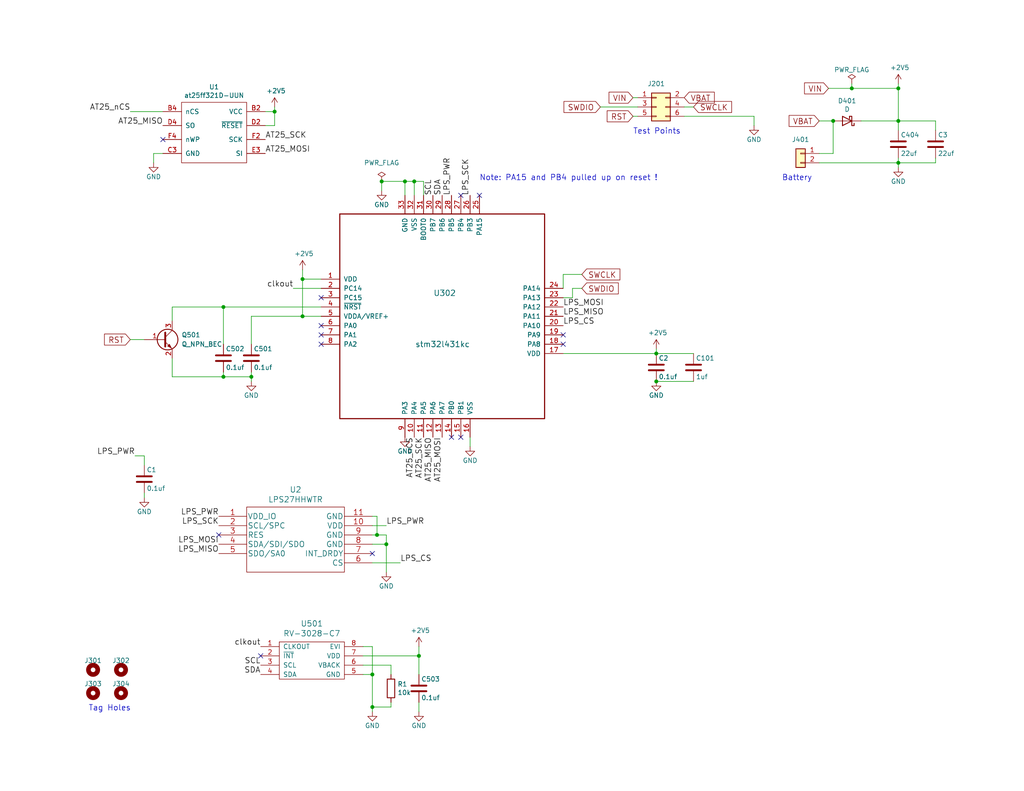
<source format=kicad_sch>
(kicad_sch (version 20211123) (generator eeschema)
  (paper "USLetter")
  (title_block (title "PresOptTag V5 (added 22uF cap)") (date "2023-05-13") (company "IUCS") (comment 1 "Geoffrey Brown"))
  (lib_symbols
    (symbol "Connector_Generic:Conn_01x02" (pin_names (offset 1.016) hide)
      (property "Reference" "J" (at 0 2.54 0))
      (property "Value" "Conn_01x02" (at 0 -5.08 0))
      (symbol "Conn_01x02_1_1"
        (rectangle (start -1.27 -2.413) (end 0 -2.667) (stroke (width 0.1524)))
        (rectangle (start -1.27 0.127) (end 0 -0.127) (stroke (width 0.1524)))
        (rectangle (start -1.27 1.27) (end 1.27 -3.81) (stroke (width 0.254)) (fill (type background)))
        (pin passive line (at -5.08 0 0) (length 3.81) (name "Pin_1") (number "1"))
        (pin passive line (at -5.08 -2.54 0) (length 3.81) (name "Pin_2") (number "2"))
      )
    )
    (symbol "Connector_Generic:Conn_02x03_Odd_Even" (pin_names (offset 1.016) hide)
      (property "Reference" "J" (at 1.27 5.08 0))
      (property "Value" "Conn_02x03_Odd_Even" (at 1.27 -5.08 0))
      (symbol "Conn_02x03_Odd_Even_1_1"
        (rectangle (start -1.27 -2.413) (end 0 -2.667) (stroke (width 0.1524)))
        (rectangle (start -1.27 0.127) (end 0 -0.127) (stroke (width 0.1524)))
        (rectangle (start -1.27 2.667) (end 0 2.413) (stroke (width 0.1524)))
        (rectangle (start -1.27 3.81) (end 3.81 -3.81) (stroke (width 0.254)) (fill (type background)))
        (rectangle (start 3.81 -2.413) (end 2.54 -2.667) (stroke (width 0.1524)))
        (rectangle (start 3.81 0.127) (end 2.54 -0.127) (stroke (width 0.1524)))
        (rectangle (start 3.81 2.667) (end 2.54 2.413) (stroke (width 0.1524)))
        (pin passive line (at -5.08 2.54 0) (length 3.81) (name "Pin_1") (number "1"))
        (pin passive line (at 7.62 2.54 180) (length 3.81) (name "Pin_2") (number "2"))
        (pin passive line (at -5.08 0 0) (length 3.81) (name "Pin_3") (number "3"))
        (pin passive line (at 7.62 0 180) (length 3.81) (name "Pin_4") (number "4"))
        (pin passive line (at -5.08 -2.54 0) (length 3.81) (name "Pin_5") (number "5"))
        (pin passive line (at 7.62 -2.54 180) (length 3.81) (name "Pin_6") (number "6"))
      )
    )
    (symbol "Device:C" (pin_numbers hide) (pin_names (offset 0.254))
      (property "Reference" "C" (at 0.635 2.54 0))
      (property "Value" "C" (at 0.635 -2.54 0))
      (symbol "C_0_1"
        (polyline (pts (xy -2.032 -0.762) (xy 2.032 -0.762)) (stroke (width 0.508)))
        (polyline (pts (xy -2.032 0.762) (xy 2.032 0.762)) (stroke (width 0.508)))
      )
      (symbol "C_1_1"
        (pin passive line (at 0 3.81 270) (length 2.794) (name "~") (number "1"))
        (pin passive line (at 0 -3.81 90) (length 2.794) (name "~") (number "2"))
      )
    )
    (symbol "Device:D_Schottky" (pin_numbers hide) (pin_names (offset 1.016) hide)
      (property "Reference" "D" (at 0 2.54 0))
      (property "Value" "D_Schottky" (at 0 -2.54 0))
      (symbol "D_Schottky_0_1"
        (polyline (pts (xy 1.27 0) (xy -1.27 0)))
        (polyline (pts (xy 1.27 1.27) (xy 1.27 -1.27) (xy -1.27 0) (xy 1.27 1.27)) (stroke (width 0.254)))
        (polyline (pts (xy -1.905 0.635) (xy -1.905 1.27) (xy -1.27 1.27) (xy -1.27 -1.27) (xy -0.635 -1.27) (xy -0.635 -0.635)) (stroke (width 0.254)))
      )
      (symbol "D_Schottky_1_1"
        (pin passive line (at -3.81 0 0) (length 2.54) (name "K") (number "1"))
        (pin passive line (at 3.81 0 180) (length 2.54) (name "A") (number "2"))
      )
    )
    (symbol "Device:Q_NPN_BEC" (pin_names (offset 0) hide)
      (property "Reference" "Q" (at 5.08 1.27 0))
      (property "Value" "Q_NPN_BEC" (at 5.08 -1.27 0))
      (symbol "Q_NPN_BEC_0_1"
        (polyline (pts (xy 0.635 0.635) (xy 2.54 2.54)))
        (polyline (pts (xy 0.635 -0.635) (xy 2.54 -2.54) (xy 2.54 -2.54)))
        (polyline (pts (xy 0.635 1.905) (xy 0.635 -1.905) (xy 0.635 -1.905)) (stroke (width 0.508)))
        (polyline (pts (xy 1.27 -1.778) (xy 1.778 -1.27) (xy 2.286 -2.286) (xy 1.27 -1.778) (xy 1.27 -1.778)) (fill (type outline)))
        (circle (center 1.27 0) (radius 2.8194) (stroke (width 0.254)))
      )
      (symbol "Q_NPN_BEC_1_1"
        (pin input line (at -5.08 0 0) (length 5.715) (name "B") (number "1"))
        (pin passive line (at 2.54 -5.08 90) (length 2.54) (name "E") (number "2"))
        (pin passive line (at 2.54 5.08 270) (length 2.54) (name "C") (number "3"))
      )
    )
    (symbol "Device:R" (pin_numbers hide) (pin_names (offset 0))
      (property "Reference" "R" (at 2.032 0 90))
      (property "Value" "R" (at 0 0 90))
      (symbol "R_0_1"
        (rectangle (start -1.016 -2.54) (end 1.016 2.54) (stroke (width 0.254)))
      )
      (symbol "R_1_1"
        (pin passive line (at 0 3.81 270) (length 1.27) (name "~") (number "1"))
        (pin passive line (at 0 -3.81 90) (length 1.27) (name "~") (number "2"))
      )
    )
    (symbol "Mechanical:MountingHole" (pin_names (offset 1.016))
      (property "Reference" "H" (at 0 5.08 0))
      (property "Value" "MountingHole" (at 0 3.175 0))
      (symbol "MountingHole_0_1"
        (circle (center 0 0) (radius 1.27) (stroke (width 1.27)))
      )
    )
    (symbol "PresTag:RV-3028-C7-gpsparts" (pin_names (offset 1.016))
      (property "Reference" "U" (at 0 7.62 0))
      (property "Value" "RV-3028-C7-gpsparts" (at 1.27 -7.62 0))
      (symbol "RV-3028-C7-gpsparts_0_1"
        (rectangle (start -8.89 5.08) (end 8.89 -5.08))
      )
      (symbol "RV-3028-C7-gpsparts_1_1"
        (pin input line (at -13.97 3.81 0) (length 5.08) (name "CLKOUT") (number "1"))
        (pin input line (at -13.97 1.27 0) (length 5.08) (name "~{INT}") (number "2"))
        (pin input line (at -13.97 -1.27 0) (length 5.08) (name "SCL") (number "3"))
        (pin input line (at -13.97 -3.81 0) (length 5.08) (name "SDA") (number "4"))
        (pin input line (at 13.97 -3.81 180) (length 5.08) (name "GND") (number "5"))
        (pin input line (at 13.97 -1.27 180) (length 5.08) (name "VBACK") (number "6"))
        (pin input line (at 13.97 1.27 180) (length 5.08) (name "VDD") (number "7"))
        (pin input line (at 13.97 3.81 180) (length 5.08) (name "EVI") (number "8"))
      )
    )
    (symbol "PresTag:stm32l432-gpsparts" (pin_names (offset 1.016))
      (property "Reference" "U" (at 36.83 -3.81 0))
      (property "Value" "stm32l432-gpsparts" (at 59.69 -24.13 0))
      (symbol "stm32l432-gpsparts_1_1"
        (rectangle (start 5.08 17.78) (end 60.96 -38.1) (stroke (width 0.3048)))
        (pin power_in line (at 0 0 0) (length 5.08) (name "VDD") (number "1"))
        (pin bidirectional line (at 25.4 -43.18 90) (length 5.08) (name "PA4") (number "10"))
        (pin bidirectional line (at 27.94 -43.18 90) (length 5.08) (name "PA5") (number "11"))
        (pin bidirectional line (at 30.48 -43.18 90) (length 5.08) (name "PA6") (number "12"))
        (pin bidirectional line (at 33.02 -43.18 90) (length 5.08) (name "PA7") (number "13"))
        (pin bidirectional line (at 35.56 -43.18 90) (length 5.08) (name "PB0") (number "14"))
        (pin bidirectional line (at 38.1 -43.18 90) (length 5.08) (name "PB1") (number "15"))
        (pin power_in line (at 40.64 -43.18 90) (length 5.08) (name "VSS") (number "16"))
        (pin power_in line (at 66.04 -20.32 180) (length 5.08) (name "VDD") (number "17"))
        (pin bidirectional line (at 66.04 -17.78 180) (length 5.08) (name "PA8") (number "18"))
        (pin bidirectional line (at 66.04 -15.24 180) (length 5.08) (name "PA9") (number "19"))
        (pin bidirectional line (at 0 -2.54 0) (length 5.08) (name "PC14") (number "2"))
        (pin bidirectional line (at 66.04 -12.7 180) (length 5.08) (name "PA10") (number "20"))
        (pin bidirectional line (at 66.04 -10.16 180) (length 5.08) (name "PA11") (number "21"))
        (pin bidirectional line (at 66.04 -7.62 180) (length 5.08) (name "PA12") (number "22"))
        (pin bidirectional line (at 66.04 -5.08 180) (length 5.08) (name "PA13") (number "23"))
        (pin bidirectional line (at 66.04 -2.54 180) (length 5.08) (name "PA14") (number "24"))
        (pin bidirectional line (at 43.18 22.86 270) (length 5.08) (name "PA15") (number "25"))
        (pin bidirectional line (at 40.64 22.86 270) (length 5.08) (name "PB3") (number "26"))
        (pin bidirectional line (at 38.1 22.86 270) (length 5.08) (name "PB4") (number "27"))
        (pin bidirectional line (at 35.56 22.86 270) (length 5.08) (name "PB5") (number "28"))
        (pin bidirectional line (at 33.02 22.86 270) (length 5.08) (name "PB6") (number "29"))
        (pin bidirectional line (at 0 -5.08 0) (length 5.08) (name "PC15") (number "3"))
        (pin bidirectional line (at 30.48 22.86 270) (length 5.08) (name "PB7") (number "30"))
        (pin input line (at 27.94 22.86 270) (length 5.08) (name "BOOT0") (number "31"))
        (pin power_in line (at 25.4 22.86 270) (length 5.08) (name "VSS") (number "32"))
        (pin power_in line (at 22.86 22.86 270) (length 5.08) (name "GND") (number "33"))
        (pin bidirectional line (at 0 -7.62 0) (length 5.08) (name "~{NRST}") (number "4"))
        (pin power_in line (at 0 -10.16 0) (length 5.08) (name "VDDA/VREF+") (number "5"))
        (pin bidirectional line (at 0 -12.7 0) (length 5.08) (name "PA0") (number "6"))
        (pin bidirectional line (at 0 -15.24 0) (length 5.08) (name "PA1") (number "7"))
        (pin bidirectional line (at 0 -17.78 0) (length 5.08) (name "PA2") (number "8"))
        (pin passive line (at 22.86 -43.18 90) (length 5.08) (name "PA3") (number "9"))
      )
    )
    (symbol "at25xe:at25ex321D-UUN" (pin_names (offset 1.016))
      (property "Reference" "U" (at 0 7.62 0))
      (property "Value" "at25ex321D-UUN" (at -1.27 -12.7 0))
      (symbol "at25ex321D-UUN_0_1"
        (rectangle (start -8.89 -10.16) (end 8.89 6.35))
      )
      (symbol "at25ex321D-UUN_1_1"
        (pin no_connect line (at -12.7 -12.7 0) (length 5.08) hide (name "NC") (number "A1"))
        (pin no_connect line (at 12.7 -12.7 180) (length 5.08) hide (name "NC") (number "A5"))
        (pin power_in line (at 13.97 3.81 180) (length 5.08) (name "VCC") (number "B2"))
        (pin input line (at -13.97 3.81 0) (length 5.08) (name "nCS") (number "B4"))
        (pin power_in line (at -13.97 -7.62 0) (length 5.08) (name "GND") (number "C3"))
        (pin input line (at 13.97 0 180) (length 5.08) (name "~{RESET}") (number "D2"))
        (pin output line (at -13.97 0 0) (length 5.08) (name "SO") (number "D4"))
        (pin input line (at 13.97 -7.62 180) (length 5.08) (name "SI") (number "E3"))
        (pin input line (at 13.97 -3.81 180) (length 5.08) (name "SCK") (number "F2"))
        (pin input line (at -13.97 -3.81 0) (length 5.08) (name "nWP") (number "F4"))
        (pin no_connect line (at -12.7 -15.24 0) (length 5.08) hide (name "NC") (number "G1"))
        (pin no_connect line (at 12.7 -15.24 180) (length 5.08) hide (name "NC") (number "G5"))
      )
    )
    (symbol "lps27:LPS27HHWTR" (pin_names (offset 0.254))
      (property "Reference" "U2" (at 20.955 7.2898 0))
      (property "Value" "LPS27HHWTR" (at 20.955 4.5974 0))
      (symbol "LPS27HHWTR_1_1"
        (rectangle (start 7.62 -15.24) (end 34.29 2.54))
        (pin passive line (at 0 0 0) (length 7.62) (name "VDD_IO") (number "1"))
        (pin input line (at 41.91 -2.54 180) (length 7.62) (name "VDD") (number "10"))
        (pin power_in line (at 41.91 0 180) (length 7.62) (name "GND") (number "11"))
        (pin input line (at 0 -2.54 0) (length 7.62) (name "SCL/SPC") (number "2"))
        (pin passive line (at 0 -5.08 0) (length 7.62) (name "RES") (number "3"))
        (pin input line (at 0 -7.62 0) (length 7.62) (name "SDA/SDI/SDO") (number "4"))
        (pin output line (at 0 -10.16 0) (length 7.62) (name "SDO/SA0") (number "5"))
        (pin input line (at 41.91 -12.7 180) (length 7.62) (name "CS") (number "6"))
        (pin output line (at 41.91 -10.16 180) (length 7.62) (name "INT_DRDY") (number "7"))
        (pin power_in line (at 41.91 -7.62 180) (length 7.62) (name "GND") (number "8"))
        (pin power_in line (at 41.91 -5.08 180) (length 7.62) (name "GND") (number "9"))
      )
    )
    (symbol "power:+2V5" (power) (pin_names (offset 0))
      (property "Value" "+2V5" (at 0 3.556 0))
      (symbol "+2V5_0_1"
        (polyline (pts (xy -0.762 1.27) (xy 0 2.54)))
        (polyline (pts (xy 0 0) (xy 0 2.54)))
        (polyline (pts (xy 0 2.54) (xy 0.762 1.27)))
      )
      (symbol "+2V5_1_1"
        (pin power_in line (at 0 0 90) (length 0) hide (name "+2V5") (number "1"))
      )
    )
    (symbol "power:GND" (power) (pin_names (offset 0))
      (property "Value" "GND" (at 0 -3.81 0))
      (symbol "GND_0_1"
        (polyline (pts (xy 0 0) (xy 0 -1.27) (xy 1.27 -1.27) (xy 0 -2.54) (xy -1.27 -1.27) (xy 0 -1.27)))
      )
      (symbol "GND_1_1"
        (pin power_in line (at 0 0 270) (length 0) hide (name "GND") (number "1"))
      )
    )
    (symbol "power:PWR_FLAG" (power) (pin_numbers hide) (pin_names (offset 0) hide)
      (property "Value" "PWR_FLAG" (at 0 3.81 0))
      (symbol "PWR_FLAG_0_0"
        (pin power_out line (at 0 0 90) (length 0) (name "pwr") (number "1"))
      )
      (symbol "PWR_FLAG_0_1"
        (polyline (pts (xy 0 0) (xy 0 1.27) (xy -1.016 1.905) (xy 0 2.54) (xy 1.016 1.905) (xy 0 1.27)))
      )
    )
  )
  (junction (at 102.87 146.05))
  (junction (at 60.96 83.82))
  (junction (at 101.6 184.15))
  (junction (at 245.11 24.13))
  (junction (at 104.14 49.53))
  (junction (at 105.41 148.59))
  (junction (at 179.07 104.14))
  (junction (at 110.49 49.53))
  (junction (at 82.55 76.2))
  (junction (at 227.33 33.02))
  (junction (at 60.96 102.87))
  (junction (at 68.58 102.87))
  (junction (at 179.07 96.52))
  (junction (at 245.11 33.02))
  (junction (at 232.41 24.13))
  (junction (at 113.03 49.53))
  (junction (at 101.6 193.04))
  (junction (at 74.93 30.48))
  (junction (at 82.55 86.36))
  (junction (at 245.11 44.45))
  (junction (at 114.3 179.07))
  (no_connect (at 87.63 93.98))
  (no_connect (at 87.63 91.44))
  (no_connect (at 44.45 38.1))
  (no_connect (at 125.73 119.38))
  (no_connect (at 87.63 88.9))
  (no_connect (at 59.69 146.05))
  (no_connect (at 87.63 81.28))
  (no_connect (at 153.67 91.44))
  (no_connect (at 130.81 53.34))
  (no_connect (at 71.12 179.07))
  (no_connect (at 125.73 53.34))
  (no_connect (at 153.67 93.98))
  (no_connect (at 123.19 119.38))
  (no_connect (at 101.6 151.13))
  (wire (pts (xy 74.93 34.29) (xy 74.93 30.48)))
  (wire (pts (xy 36.83 124.46) (xy 39.37 124.46)))
  (wire (pts (xy 101.6 193.04) (xy 101.6 194.31)))
  (wire (pts (xy 102.87 140.97) (xy 102.87 146.05)))
  (wire (pts (xy 99.06 179.07) (xy 114.3 179.07)))
  (wire (pts (xy 46.99 83.82) (xy 60.96 83.82)))
  (wire (pts (xy 101.6 143.51) (xy 105.41 143.51)))
  (wire (pts (xy 232.41 22.86) (xy 232.41 24.13)))
  (wire (pts (xy 245.11 33.02) (xy 245.11 35.56)))
  (wire (pts (xy 104.14 52.07) (xy 104.14 49.53)))
  (wire (pts (xy 106.68 191.77) (xy 106.68 193.04)))
  (wire (pts (xy 60.96 83.82) (xy 60.96 93.98)))
  (wire (pts (xy 179.07 95.25) (xy 179.07 96.52)))
  (wire (pts (xy 105.41 148.59) (xy 105.41 156.21)))
  (wire (pts (xy 114.3 179.07) (xy 114.3 184.15)))
  (wire (pts (xy 172.72 31.75) (xy 173.99 31.75)))
  (wire (pts (xy 106.68 181.61) (xy 106.68 184.15)))
  (wire (pts (xy 245.11 44.45) (xy 255.27 44.45)))
  (wire (pts (xy 60.96 102.87) (xy 68.58 102.87)))
  (wire (pts (xy 82.55 86.36) (xy 87.63 86.36)))
  (wire (pts (xy 110.49 49.53) (xy 110.49 53.34)))
  (wire (pts (xy 106.68 193.04) (xy 101.6 193.04)))
  (wire (pts (xy 68.58 101.6) (xy 68.58 102.87)))
  (wire (pts (xy 163.83 29.21) (xy 173.99 29.21)))
  (wire (pts (xy 41.91 41.91) (xy 41.91 44.45)))
  (wire (pts (xy 74.93 30.48) (xy 74.93 29.21)))
  (wire (pts (xy 113.03 49.53) (xy 115.57 49.53)))
  (wire (pts (xy 68.58 102.87) (xy 68.58 104.14)))
  (wire (pts (xy 186.69 31.75) (xy 205.74 31.75)))
  (wire (pts (xy 80.01 78.74) (xy 87.63 78.74)))
  (wire (pts (xy 223.52 33.02) (xy 227.33 33.02)))
  (wire (pts (xy 223.52 44.45) (xy 245.11 44.45)))
  (wire (pts (xy 245.11 43.18) (xy 245.11 44.45)))
  (wire (pts (xy 87.63 83.82) (xy 60.96 83.82)))
  (wire (pts (xy 46.99 87.63) (xy 46.99 83.82)))
  (wire (pts (xy 172.72 26.67) (xy 173.99 26.67)))
  (wire (pts (xy 46.99 97.79) (xy 46.99 102.87)))
  (wire (pts (xy 82.55 86.36) (xy 68.58 86.36)))
  (wire (pts (xy 110.49 49.53) (xy 113.03 49.53)))
  (wire (pts (xy 255.27 33.02) (xy 255.27 35.56)))
  (wire (pts (xy 245.11 24.13) (xy 245.11 33.02)))
  (wire (pts (xy 186.69 29.21) (xy 189.23 29.21)))
  (wire (pts (xy 115.57 49.53) (xy 115.57 53.34)))
  (wire (pts (xy 153.67 96.52) (xy 179.07 96.52)))
  (wire (pts (xy 153.67 78.74) (xy 153.67 74.93)))
  (wire (pts (xy 99.06 181.61) (xy 106.68 181.61)))
  (wire (pts (xy 72.39 34.29) (xy 74.93 34.29)))
  (wire (pts (xy 72.39 30.48) (xy 74.93 30.48)))
  (wire (pts (xy 227.33 41.91) (xy 223.52 41.91)))
  (wire (pts (xy 234.95 33.02) (xy 245.11 33.02)))
  (wire (pts (xy 101.6 148.59) (xy 105.41 148.59)))
  (wire (pts (xy 104.14 49.53) (xy 110.49 49.53)))
  (wire (pts (xy 82.55 73.66) (xy 82.55 76.2)))
  (wire (pts (xy 153.67 74.93) (xy 158.75 74.93)))
  (wire (pts (xy 255.27 44.45) (xy 255.27 43.18)))
  (wire (pts (xy 205.74 31.75) (xy 205.74 34.29)))
  (wire (pts (xy 227.33 33.02) (xy 227.33 41.91)))
  (wire (pts (xy 68.58 93.98) (xy 68.58 86.36)))
  (wire (pts (xy 101.6 176.53) (xy 101.6 184.15)))
  (wire (pts (xy 99.06 176.53) (xy 101.6 176.53)))
  (wire (pts (xy 82.55 76.2) (xy 82.55 86.36)))
  (wire (pts (xy 39.37 124.46) (xy 39.37 127)))
  (wire (pts (xy 35.56 92.71) (xy 39.37 92.71)))
  (wire (pts (xy 179.07 96.52) (xy 189.23 96.52)))
  (wire (pts (xy 156.21 78.74) (xy 158.75 78.74)))
  (wire (pts (xy 46.99 102.87) (xy 60.96 102.87)))
  (wire (pts (xy 245.11 33.02) (xy 255.27 33.02)))
  (wire (pts (xy 114.3 176.53) (xy 114.3 179.07)))
  (wire (pts (xy 60.96 101.6) (xy 60.96 102.87)))
  (wire (pts (xy 101.6 184.15) (xy 101.6 193.04)))
  (wire (pts (xy 99.06 184.15) (xy 101.6 184.15)))
  (wire (pts (xy 245.11 44.45) (xy 245.11 45.72)))
  (wire (pts (xy 82.55 76.2) (xy 87.63 76.2)))
  (wire (pts (xy 245.11 22.86) (xy 245.11 24.13)))
  (wire (pts (xy 114.3 191.77) (xy 114.3 194.31)))
  (wire (pts (xy 102.87 146.05) (xy 105.41 146.05)))
  (wire (pts (xy 226.06 24.13) (xy 232.41 24.13)))
  (wire (pts (xy 101.6 140.97) (xy 102.87 140.97)))
  (wire (pts (xy 44.45 41.91) (xy 41.91 41.91)))
  (wire (pts (xy 101.6 146.05) (xy 102.87 146.05)))
  (wire (pts (xy 101.6 153.67) (xy 109.22 153.67)))
  (wire (pts (xy 128.27 119.38) (xy 128.27 121.92)))
  (wire (pts (xy 35.56 30.48) (xy 44.45 30.48)))
  (wire (pts (xy 113.03 49.53) (xy 113.03 53.34)))
  (wire (pts (xy 153.67 81.28) (xy 156.21 81.28)))
  (wire (pts (xy 156.21 81.28) (xy 156.21 78.74)))
  (wire (pts (xy 39.37 134.62) (xy 39.37 135.89)))
  (wire (pts (xy 105.41 146.05) (xy 105.41 148.59)))
  (wire (pts (xy 189.23 104.14) (xy 179.07 104.14)))
  (wire (pts (xy 232.41 24.13) (xy 245.11 24.13)))
  (text "Battery" (at 213.36 49.53 0) (effects (font (size 1.524 1.524)) (justify left bottom)))
  (text "Note: PA15 and PB4 pulled up on reset !" (at 130.81 49.53 0) (effects (font (size 1.524 1.524)) (justify left bottom)))
  (text "Tag Holes" (at 24.13 194.31 0) (effects (font (size 1.524 1.524)) (justify left bottom)))
  (text "Test Points" (at 172.72 36.83 0) (effects (font (size 1.524 1.524)) (justify left bottom)))
  (label "AT25_nCS" (at 35.56 30.48 180) (effects (font (size 1.524 1.524))))
  (label "LPS_MOSI" (at 59.69 148.59 180) (effects (font (size 1.524 1.524))))
  (label "LPS_MISO" (at 153.67 86.36 0) (effects (font (size 1.524 1.524))))
  (label "AT25_SCK" (at 115.57 119.38 270) (effects (font (size 1.524 1.524))))
  (label "SDA" (at 120.65 53.34 90) (effects (font (size 1.524 1.524))))
  (label "LPS_MISO" (at 59.69 151.13 180) (effects (font (size 1.524 1.524))))
  (label "SCL" (at 71.12 181.61 180) (effects (font (size 1.524 1.524))))
  (label "AT25_MISO" (at 44.45 34.29 180) (effects (font (size 1.524 1.524))))
  (label "AT25_MISO" (at 118.11 119.38 270) (effects (font (size 1.524 1.524))))
  (label "LPS_PWR" (at 123.19 53.34 90) (effects (font (size 1.524 1.524))))
  (label "AT25_MOSI" (at 72.39 41.91 0) (effects (font (size 1.524 1.524))))
  (label "LPS_MOSI" (at 153.67 83.82 0) (effects (font (size 1.524 1.524))))
  (label "clkout" (at 80.01 78.74 180) (effects (font (size 1.524 1.524))))
  (label "SCL" (at 118.11 53.34 90) (effects (font (size 1.524 1.524))))
  (label "LPS_CS" (at 153.67 88.9 0) (effects (font (size 1.524 1.524))))
  (label "LPS_CS" (at 109.22 153.67 0) (effects (font (size 1.524 1.524))))
  (label "AT25_MOSI" (at 120.65 119.38 270) (effects (font (size 1.524 1.524))))
  (label "LPS_PWR" (at 59.69 140.97 180) (effects (font (size 1.524 1.524))))
  (label "LPS_PWR" (at 105.41 143.51 0) (effects (font (size 1.524 1.524))))
  (label "SDA" (at 71.12 184.15 180) (effects (font (size 1.524 1.524))))
  (label "LPS_SCK" (at 128.27 53.34 90) (effects (font (size 1.524 1.524))))
  (label "LPS_PWR" (at 36.83 124.46 180) (effects (font (size 1.524 1.524))))
  (label "AT25_nCS" (at 113.03 119.38 270) (effects (font (size 1.524 1.524))))
  (label "AT25_SCK" (at 72.39 38.1 0) (effects (font (size 1.524 1.524))))
  (label "LPS_SCK" (at 59.69 143.51 180) (effects (font (size 1.524 1.524))))
  (label "clkout" (at 71.12 176.53 180) (effects (font (size 1.524 1.524))))
  (global_label "VBAT" (shape input) (at 223.52 33.02 180) (effects (font (size 1.524 1.524))) (property "Intersheet References" "${INTERSHEET_REFS}" (effects hide)))
  (global_label "RST" (shape input) (at 172.72 31.75 180) (effects (font (size 1.524 1.524))) (property "Intersheet References" "${INTERSHEET_REFS}" (effects hide)))
  (global_label "SWCLK" (shape input) (at 189.23 29.21 0) (effects (font (size 1.524 1.524))) (property "Intersheet References" "${INTERSHEET_REFS}" (effects hide)))
  (global_label "VBAT" (shape input) (at 186.69 26.67 0) (effects (font (size 1.524 1.524))) (property "Intersheet References" "${INTERSHEET_REFS}" (effects hide)))
  (global_label "VIN" (shape input) (at 172.72 26.67 180) (effects (font (size 1.524 1.524))) (property "Intersheet References" "${INTERSHEET_REFS}" (effects hide)))
  (global_label "SWDIO" (shape input) (at 158.75 78.74 0) (effects (font (size 1.524 1.524))) (property "Intersheet References" "${INTERSHEET_REFS}" (effects hide)))
  (global_label "VIN" (shape input) (at 226.06 24.13 180) (effects (font (size 1.524 1.524))) (property "Intersheet References" "${INTERSHEET_REFS}" (effects hide)))
  (global_label "SWDIO" (shape input) (at 163.83 29.21 180) (effects (font (size 1.524 1.524))) (property "Intersheet References" "${INTERSHEET_REFS}" (effects hide)))
  (global_label "RST" (shape input) (at 35.56 92.71 180) (effects (font (size 1.524 1.524))) (property "Intersheet References" "${INTERSHEET_REFS}" (effects hide)))
  (global_label "SWCLK" (shape input) (at 158.75 74.93 0) (effects (font (size 1.524 1.524))) (property "Intersheet References" "${INTERSHEET_REFS}" (effects hide)))
  (symbol (lib_id "PresTag:stm32l432-gpsparts") (at 87.63 76.2 0) (unit 1)
    (property "Reference" "U302" (at 124.46 80.01 0) (effects (font (size 1.524 1.524)) (justify right)))
    (property "Value" "stm32l431kc" (at 128.27 93.98 0) (effects (font (size 1.524 1.524)) (justify right)))
    (property "Footprint" "Package_DFN_QFN:QFN-32-1EP_5x5mm_P0.5mm_EP3.45x3.45mm" (effects hide))
    (property "MFN" "STMicroelectronics" (effects hide))
    (property "DISTPN" "511-STM32L431KCU6" (effects hide))
    (property "MPN" "STM32L431KCU6" (effects hide))
  )
  (symbol (lib_id "Device:C") (at 60.96 97.79 0) (unit 1)
    (property "Reference" "C502" (at 61.595 95.25 0) (effects (justify left)))
    (property "Value" "0.1uf" (at 61.595 100.33 0) (effects (justify left)))
    (property "Footprint" "Capacitor_SMD:C_0201_0603Metric" (effects hide))
    (property "Macrofab" "MF-CAP-0402-0.1uF" (effects hide))
    (property "MFN" "Murata" (effects hide))
    (property "MPN" "GRM033C81E104KE14D" (effects hide))
    (property "DISTPN" "490-10403-1-ND" (effects hide))
  )
  (symbol (lib_id "Device:C") (at 68.58 97.79 0) (unit 1)
    (property "Reference" "C501" (at 69.215 95.25 0) (effects (justify left)))
    (property "Value" "0.1uf" (at 69.215 100.33 0) (effects (justify left)))
    (property "Footprint" "Capacitor_SMD:C_0201_0603Metric" (effects hide))
    (property "Macrofab" "MF-CAP-0402-0.1uF" (effects hide))
    (property "MFN" "Murata" (effects hide))
    (property "MPN" "GRM033C81E104KE14D" (effects hide))
    (property "DISTPN" "490-10403-1-ND" (effects hide))
  )
  (symbol (lib_id "Device:Q_NPN_BEC") (at 44.45 92.71 0) (unit 1)
    (property "Reference" "Q501" (at 49.53 91.44 0) (effects (justify left)))
    (property "Value" "Q_NPN_BEC" (at 49.53 93.98 0) (effects (justify left)))
    (property "Footprint" "Package_TO_SOT_SMD:SOT-883" (effects hide))
    (property "MFN" "Nexperia" (effects hide))
    (property "MPN" "BC847AMB,315" (effects hide))
    (property "DISTPN" "1727-2632-1-ND" (effects hide))
  )
  (symbol (lib_id "Device:C") (at 114.3 187.96 0) (unit 1)
    (property "Reference" "C503" (at 114.935 185.42 0) (effects (justify left)))
    (property "Value" "0.1uf" (at 114.935 190.5 0) (effects (justify left)))
    (property "Footprint" "Capacitor_SMD:C_0201_0603Metric" (effects hide))
    (property "MFN" "Murata" (effects hide))
    (property "MPN" "GRM033C81E104KE14D" (effects hide))
    (property "DISTPN" "490-10403-1-ND" (effects hide))
    (property "Macrofab" "MF-CAP-0402-0.1uF" (effects hide))
  )
  (symbol (lib_id "Mechanical:MountingHole") (at 25.4 182.88 0) (unit 1)
    (property "Reference" "J301" (at 25.4 180.34 0))
    (property "Value" "Conn_01x01" (effects hide))
    (property "Footprint" "library:taghole1.1mm" (effects hide))
    (property "Populate" "No" (effects hide))
    (property "Config" "DNF" (effects hide))
    (property "DNP" "1" (effects hide))
  )
  (symbol (lib_id "Connector_Generic:Conn_02x03_Odd_Even") (at 179.07 29.21 0) (unit 1)
    (property "Reference" "J201" (at 179.07 22.86 0))
    (property "Value" "CONN_02X04" (effects hide))
    (property "Footprint" "bittag:tagpoints6" (effects hide))
    (property "Populate" "No" (effects hide))
    (property "Config" "DNF" (effects hide))
    (property "DNP" "1" (effects hide))
  )
  (symbol (lib_id "power:GND") (at 41.91 44.45 0) (unit 1)
    (property "Reference" "#PWR0102" (effects hide))
    (property "Value" "GND" (at 41.91 48.26 0))
  )
  (symbol (lib_id "power:GND") (at 68.58 104.14 0) (unit 1)
    (property "Reference" "#PWR0109" (effects hide))
    (property "Value" "GND" (at 68.58 107.95 0))
  )
  (symbol (lib_id "power:GND") (at 128.27 121.92 0) (unit 1)
    (property "Reference" "#PWR0103" (effects hide))
    (property "Value" "GND" (at 128.27 125.73 0))
  )
  (symbol (lib_id "power:+2V5") (at 82.55 73.66 0) (unit 1)
    (property "Reference" "#PWR0105" (effects hide))
    (property "Value" "+2V5" (at 82.931 69.2658 0))
  )
  (symbol (lib_id "power:+2V5") (at 179.07 95.25 0) (unit 1)
    (property "Reference" "#PWR0108" (effects hide))
    (property "Value" "+2V5" (at 179.451 90.8558 0))
  )
  (symbol (lib_id "power:GND") (at 104.14 52.07 0) (unit 1)
    (property "Reference" "#PWR0110" (effects hide))
    (property "Value" "GND" (at 104.14 55.88 0))
  )
  (symbol (lib_id "Mechanical:MountingHole") (at 33.02 182.88 0) (unit 1)
    (property "Reference" "J302" (at 33.02 180.34 0))
    (property "Value" "Conn_01x01" (effects hide))
    (property "Footprint" "library:taghole1.1mm" (effects hide))
    (property "Populate" "No" (effects hide))
    (property "Config" "DNF" (effects hide))
    (property "DNP" "1" (effects hide))
  )
  (symbol (lib_id "Mechanical:MountingHole") (at 25.4 189.23 0) (unit 1)
    (property "Reference" "J303" (at 25.4 186.69 0))
    (property "Value" "Conn_01x01" (effects hide))
    (property "Footprint" "library:taghole1.1mm" (effects hide))
    (property "Populate" "No" (effects hide))
    (property "Config" "DNF" (effects hide))
    (property "DNP" "1" (effects hide))
  )
  (symbol (lib_id "Mechanical:MountingHole") (at 33.02 189.23 0) (unit 1)
    (property "Reference" "J304" (at 33.02 186.69 0))
    (property "Value" "Conn_01x01" (effects hide))
    (property "Footprint" "library:taghole1.1mm" (effects hide))
    (property "Populate" "No" (effects hide))
    (property "Config" "DNF" (effects hide))
    (property "DNP" "1" (effects hide))
  )
  (symbol (lib_id "power:GND") (at 205.74 34.29 0) (unit 1)
    (property "Reference" "#PWR0111" (effects hide))
    (property "Value" "GND" (at 205.74 38.1 0))
  )
  (symbol (lib_id "power:GND") (at 101.6 194.31 0) (unit 1)
    (property "Reference" "#PWR0112" (effects hide))
    (property "Value" "GND" (at 101.6 198.12 0))
  )
  (symbol (lib_id "power:GND") (at 114.3 194.31 0) (unit 1)
    (property "Reference" "#PWR0113" (effects hide))
    (property "Value" "GND" (at 114.3 198.12 0))
  )
  (symbol (lib_id "power:+2V5") (at 114.3 176.53 0) (unit 1)
    (property "Reference" "#PWR0114" (effects hide))
    (property "Value" "+2V5" (at 114.681 172.1358 0))
  )
  (symbol (lib_id "power:+2V5") (at 245.11 22.86 0) (unit 1)
    (property "Reference" "#PWR0115" (effects hide))
    (property "Value" "+2V5" (at 245.491 18.4658 0))
  )
  (symbol (lib_id "power:PWR_FLAG") (at 232.41 22.86 0) (unit 1)
    (property "Reference" "#FLG0102" (effects hide))
    (property "Value" "PWR_FLAG" (at 232.41 19.05 0))
  )
  (symbol (lib_id "power:GND") (at 245.11 45.72 0) (unit 1)
    (property "Reference" "#PWR0116" (effects hide))
    (property "Value" "GND" (at 245.11 49.53 0))
  )
  (symbol (lib_id "Connector_Generic:Conn_01x02") (at 218.44 41.91 0) (mirror y) (unit 1)
    (property "Reference" "J401" (at 218.44 38.1 0))
    (property "Value" "CONN_01X02" (effects hide))
    (property "Footprint" "bittag:MS621" (effects hide))
    (property "Populate" "No" (effects hide))
    (property "Config" "DNF" (effects hide))
    (property "DNP" "1" (effects hide))
  )
  (symbol (lib_id "Device:D_Schottky") (at 231.14 33.02 180) (unit 1)
    (property "Reference" "D401" (at 231.14 27.5336 0))
    (property "Value" "D" (at 231.14 29.845 0))
    (property "Footprint" "Diode_SMD:D_0402_1005Metric" (effects hide))
    (property "MFN" "COMCHIP" (effects hide))
    (property "MPN" "CDBQC0130L-HF" (effects hide))
    (property "DISTPN" "641-1519-1-ND" (effects hide))
  )
  (symbol (lib_id "Device:C") (at 245.11 39.37 0) (unit 1)
    (property "Reference" "C404" (at 245.745 36.83 0) (effects (justify left)))
    (property "Value" "22uf" (at 245.745 41.91 0) (effects (justify left)))
    (property "Footprint" "Capacitor_SMD:C_0402_1005Metric" (effects hide))
    (property "DISTPN" "478-9839-1-ND" (effects hide))
    (property "MFN" "AVX" (effects hide))
    (property "MPN" "04026D226MAT2A" (effects hide))
  )
  (symbol (lib_id "power:+2V5") (at 74.93 29.21 0) (unit 1)
    (property "Reference" "#PWR0107" (effects hide))
    (property "Value" "+2V5" (at 75.311 24.8158 0))
  )
  (symbol (lib_id "PresTag:RV-3028-C7-gpsparts") (at 85.09 180.34 0) (unit 1)
    (property "Reference" "U501" (at 85.09 170.2562 0) (effects (font (size 1.524 1.524))))
    (property "Value" "RV-3028-C7" (at 85.09 172.9486 0) (effects (font (size 1.524 1.524))))
    (property "Footprint" "library:RV-8803-C7" (effects hide))
    (property "DISTPN" "2195-RV-3028-C732.768KHZ1PPM-TA-QCCT-ND" (effects hide))
    (property "MFN" "Micro Crystal" (effects hide))
    (property "MPN" "RV-3028-C7 32.768KHZ 1PPM-TA-QC" (effects hide))
  )
  (symbol (lib_id "Device:R") (at 106.68 187.96 0) (unit 1)
    (property "Reference" "R1" (at 108.458 186.7916 0) (effects (justify left)))
    (property "Value" "10k" (at 108.458 189.103 0) (effects (justify left)))
    (property "Footprint" "Resistor_SMD:R_0201_0603Metric" (effects hide))
    (property "DISTPN" "311-10.0KMCT-ND" (effects hide))
    (property "MFN" "Yaego" (effects hide))
    (property "MPN" "RC0201FR-0710KL" (effects hide))
    (property "Macrofab" "MF-RES-0402-10K" (effects hide))
  )
  (symbol (lib_id "at25xe:at25ex321D-UUN") (at 58.42 34.29 0) (unit 1)
    (property "Reference" "U1" (at 58.42 23.749 0))
    (property "Value" "at25ff321D-UUN" (at 58.42 26.0604 0))
    (property "Footprint" "library:adesto_wlcsp12" (effects hide))
    (property "DISTPN" "724-AT25FF321A-UUN-T" (effects hide))
    (property "MFN" "Dialog" (effects hide))
    (property "MPN" "AT25FF321A-UUN-T (Mouser)" (effects hide))
  )
  (symbol (lib_id "power:GND") (at 105.41 156.21 0) (unit 1)
    (property "Reference" "#PWR0123" (effects hide))
    (property "Value" "GND" (at 105.41 160.02 0))
  )
  (symbol (lib_id "Device:C") (at 39.37 130.81 0) (unit 1)
    (property "Reference" "C1" (at 40.005 128.27 0) (effects (justify left)))
    (property "Value" "0.1uf" (at 40.005 133.35 0) (effects (justify left)))
    (property "Footprint" "Capacitor_SMD:C_0201_0603Metric" (effects hide))
    (property "Macrofab" "MF-CAP-0402-0.1uF" (effects hide))
    (property "MFN" "Murata" (effects hide))
    (property "DISTPN" "490-10403-1-ND" (effects hide))
    (property "MPN" "GRM033C81E104KE14D" (effects hide))
  )
  (symbol (lib_id "power:GND") (at 39.37 135.89 0) (unit 1)
    (property "Reference" "#PWR0125" (effects hide))
    (property "Value" "GND" (at 39.37 139.7 0))
  )
  (symbol (lib_id "power:GND") (at 110.49 119.38 0) (unit 1)
    (property "Reference" "#PWR0117" (effects hide))
    (property "Value" "GND" (at 110.49 123.19 0))
  )
  (symbol (lib_id "lps27:LPS27HHWTR") (at 59.69 140.97 0) (unit 1)
    (property "Reference" "U2" (at 80.645 133.6802 0) (effects (font (size 1.524 1.524))))
    (property "Value" "LPS27HHWTR" (at 80.645 136.3726 0) (effects (font (size 1.524 1.524))))
    (property "Footprint" "lib_fp:LPS27HHWTR" (effects hide))
    (property "DISTPN" "497-LPS27HHTWCT-ND" (effects hide))
    (property "MFN" "STMicroelectronics" (effects hide))
    (property "MPN" "LPS27HHTWTR" (effects hide))
  )
  (symbol (lib_id "Device:C") (at 179.07 100.33 0) (unit 1)
    (property "Reference" "C2" (at 179.705 97.79 0) (effects (justify left)))
    (property "Value" "0.1uf" (at 179.705 102.87 0) (effects (justify left)))
    (property "Footprint" "Capacitor_SMD:C_0201_0603Metric" (effects hide))
    (property "Macrofab" "MF-CAP-0402-0.1uF" (effects hide))
    (property "MFN" "Murata" (effects hide))
    (property "MPN" "GRM033C81E104KE14D" (effects hide))
    (property "DISTPN" "490-10403-1-ND" (effects hide))
  )
  (symbol (lib_id "power:GND") (at 179.07 104.14 0) (unit 1)
    (property "Reference" "#PWR0101" (effects hide))
    (property "Value" "GND" (at 179.07 107.95 0))
  )
  (symbol (lib_id "Device:C") (at 189.23 100.33 0) (unit 1)
    (property "Reference" "C101" (at 189.865 97.79 0) (effects (justify left)))
    (property "Value" "1uf" (at 189.865 102.87 0) (effects (justify left)))
    (property "Footprint" "Capacitor_SMD:C_0201_0603Metric" (effects hide))
    (property "MFN" "Murata" (effects hide))
    (property "MPN" "GRM033R60J105MEA2D" (effects hide))
    (property "DISTPN" "490-7229-1-ND" (effects hide))
  )
  (symbol (lib_id "Device:C") (at 255.27 39.37 0) (unit 1)
    (property "Reference" "C3" (at 255.905 36.83 0) (effects (justify left)))
    (property "Value" "22uf" (at 255.905 41.91 0) (effects (justify left)))
    (property "Footprint" "Capacitor_SMD:C_0402_1005Metric" (effects hide))
    (property "DISTPN" "478-9839-1-ND" (effects hide))
    (property "MFN" "AVX" (effects hide))
    (property "MPN" "04026D226MAT2A" (effects hide))
  )
  (symbol (lib_id "power:PWR_FLAG") (at 104.14 49.53 0) (unit 1)
    (property "Reference" "#FLG0101" (effects hide))
    (property "Value" "PWR_FLAG" (at 104.14 44.45 0))
  )
)
</source>
